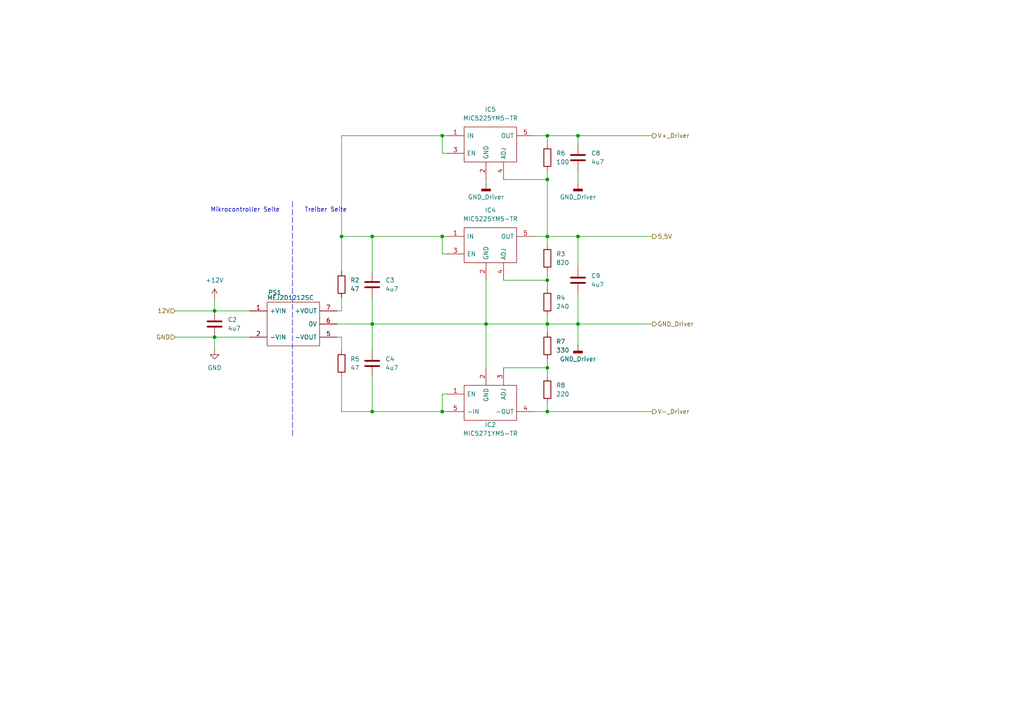
<source format=kicad_sch>
(kicad_sch (version 20250114) (generator "eeschema") (generator_version "9.0")
  (paper "A4")
  (title_block (title "Bereitstellung isolierter Versorgungsspannungen") (date "2025-06-04") (rev "1.0") (company "Technische Universität Berlin - Fachgebiet Leistungselektronik") (comment 1 "Betreuer: Dr.-Ing. Benedikt Kohlhepp") (comment 2 "Ersteller: Felix Ettwein"))
  (lib_symbols
    (symbol "Device:C" (pin_numbers (hide yes)) (pin_names (offset 0.254))
      (property "Reference" "C" (at 0.635 2.54 0))
      (property "Value" "C" (at 0.635 -2.54 0))
      (symbol "C_0_1"
        (polyline (pts (xy -2.032 0.762) (xy 2.032 0.762)) (stroke (width 0.508)))
        (polyline (pts (xy -2.032 -0.762) (xy 2.032 -0.762)) (stroke (width 0.508)))
      )
      (symbol "C_1_1"
        (pin passive line (at 0 3.81 270) (length 2.794) (name "~") (number "1"))
        (pin passive line (at 0 -3.81 90) (length 2.794) (name "~") (number "2"))
      )
    )
    (symbol "Device:R" (pin_numbers (hide yes)) (pin_names (offset 0))
      (property "Reference" "R" (at 2.032 0 90))
      (property "Value" "R" (at 0 0 90))
      (symbol "R_0_1"
        (rectangle (start -1.016 -2.54) (end 1.016 2.54) (stroke (width 0.254)))
      )
      (symbol "R_1_1"
        (pin passive line (at 0 3.81 270) (length 1.27) (name "~") (number "1"))
        (pin passive line (at 0 -3.81 90) (length 1.27) (name "~") (number "2"))
      )
    )
    (symbol "MIC5225YM5-TR_1" (pin_names (offset 0.762))
      (property "Reference" "IC4" (at 12.7 7.62 0))
      (property "Value" "MIC5225YM5-TR" (at 12.7 5.08 0))
      (symbol "MIC5225YM5-TR_1_0_0"
        (pin passive line (at 0 0 0) (length 5.08) (name "IN") (number "1"))
        (pin passive line (at 0 -5.08 0) (length 5.08) (name "EN") (number "3"))
        (pin passive line (at 11.43 -12.7 90) (length 5.08) (name "GND") (number "2"))
        (pin passive line (at 16.51 -12.7 90) (length 5.08) (name "ADJ") (number "4"))
        (pin passive line (at 25.4 0 180) (length 5.08) (name "OUT") (number "5"))
      )
      (symbol "MIC5225YM5-TR_1_0_1"
        (polyline (pts (xy 5.08 2.54) (xy 20.32 2.54) (xy 20.32 -7.62) (xy 5.08 -7.62) (xy 5.08 2.54)) (stroke (width 0.1524)))
      )
    )
    (symbol "SamacSys_Parts:MEJ2D1212SC" (pin_names (offset 0.762))
      (property "Reference" "PS1" (at 5.334 5.334 0))
      (property "Value" "MEJ2D1212SC" (at 5.08 3.81 0))
      (symbol "MEJ2D1212SC_0_0"
        (pin passive line (at 0 0 0) (length 5.08) (name "+VIN") (number "1"))
        (pin passive line (at 0 -7.62 0) (length 5.08) (name "-VIN") (number "2"))
        (pin passive line (at 25.4 0 180) (length 5.08) (name "+VOUT") (number "7"))
        (pin passive line (at 25.4 -3.81 180) (length 5.08) (name "0V") (number "6"))
        (pin passive line (at 25.4 -7.62 180) (length 5.08) (name "-VOUT") (number "5"))
      )
      (symbol "MEJ2D1212SC_0_1"
        (polyline (pts (xy 5.08 2.54) (xy 20.32 2.54) (xy 20.32 -10.16) (xy 5.08 -10.16) (xy 5.08 2.54)) (stroke (width 0.1524)))
      )
    )
    (symbol "SamacSys_Parts:MIC5271YM5-TR" (pin_names (offset 0.762))
      (property "Reference" "IC2" (at 13.97 -8.89 0))
      (property "Value" "MIC5271YM5-TR" (at 13.97 -11.43 0))
      (symbol "MIC5271YM5-TR_0_0"
        (pin passive line (at 1.27 0 0) (length 5.08) (name "EN") (number "1"))
        (pin passive line (at 1.27 -5.08 0) (length 5.08) (name "-IN") (number "5"))
        (pin passive line (at 12.7 7.62 270) (length 5.08) (name "GND") (number "2"))
        (pin passive line (at 17.78 7.62 270) (length 5.08) (name "ADJ") (number "3"))
        (pin passive line (at 26.67 -5.08 180) (length 5.08) (name "-OUT") (number "4"))
      )
      (symbol "MIC5271YM5-TR_0_1"
        (polyline (pts (xy 6.35 2.54) (xy 21.59 2.54) (xy 21.59 -7.62) (xy 6.35 -7.62) (xy 6.35 2.54)) (stroke (width 0.1524)))
      )
    )
    (symbol "power:+12V" (power) (pin_numbers (hide yes)) (pin_names (offset 0) (hide yes))
      (property "Value" "+12V" (at 0 3.556 0))
      (symbol "+12V_0_1"
        (polyline (pts (xy -0.762 1.27) (xy 0 2.54)))
        (polyline (pts (xy 0 2.54) (xy 0.762 1.27)))
        (polyline (pts (xy 0 0) (xy 0 2.54)))
      )
      (symbol "+12V_1_1"
        (pin power_in line (at 0 0 90) (length 0) (name "~") (number "1"))
      )
    )
    (symbol "power:GND" (power) (pin_numbers (hide yes)) (pin_names (offset 0) (hide yes))
      (property "Value" "GND" (at 0 -3.81 0))
      (symbol "GND_0_1"
        (polyline (pts (xy 0 0) (xy 0 -1.27) (xy 1.27 -1.27) (xy 0 -2.54) (xy -1.27 -1.27) (xy 0 -1.27)))
      )
      (symbol "GND_1_1"
        (pin power_in line (at 0 0 270) (length 0) (name "~") (number "1"))
      )
    )
    (symbol "power:GNDD" (power) (pin_numbers (hide yes)) (pin_names (offset 0) (hide yes))
      (property "Value" "GNDD" (at 0 -3.175 0))
      (symbol "GNDD_0_1"
        (rectangle (start -1.27 -1.524) (end 1.27 -2.032) (stroke (width 0.254)) (fill (type outline)))
        (polyline (pts (xy 0 0) (xy 0 -1.524)))
      )
      (symbol "GNDD_1_1"
        (pin power_in line (at 0 0 270) (length 0) (name "~") (number "1"))
      )
    )
  )
  (text "Treiber Seite" (at 94.488 60.96 0) (effects (font (size 1.27 1.27))))
  (text "Mikrocontroller Seite" (at 71.12 60.96 0) (effects (font (size 1.27 1.27))))
  (junction (at 167.64 93.98))
  (junction (at 107.95 119.38))
  (junction (at 99.06 68.58))
  (junction (at 107.95 93.98))
  (junction (at 62.23 97.79))
  (junction (at 128.27 119.38))
  (junction (at 158.75 119.38))
  (junction (at 167.64 39.37))
  (junction (at 158.75 68.58))
  (junction (at 107.95 68.58))
  (junction (at 158.75 52.07))
  (junction (at 62.23 90.17))
  (junction (at 158.75 93.98))
  (junction (at 140.97 93.98))
  (junction (at 158.75 81.28))
  (junction (at 167.64 68.58))
  (junction (at 158.75 106.68))
  (junction (at 158.75 39.37))
  (junction (at 128.27 39.37))
  (junction (at 128.27 68.58))
  (wire (pts (xy 107.95 68.58) (xy 128.27 68.58)))
  (wire (pts (xy 167.64 93.98) (xy 189.23 93.98)))
  (wire (pts (xy 99.06 68.58) (xy 107.95 68.58)))
  (wire (pts (xy 97.79 97.79) (xy 99.06 97.79)))
  (wire (pts (xy 99.06 78.74) (xy 99.06 68.58)))
  (wire (pts (xy 140.97 81.28) (xy 140.97 93.98)))
  (wire (pts (xy 158.75 93.98) (xy 158.75 96.52)))
  (wire (pts (xy 167.64 85.09) (xy 167.64 93.98)))
  (wire (pts (xy 62.23 97.79) (xy 62.23 101.6)))
  (wire (pts (xy 107.95 119.38) (xy 128.27 119.38)))
  (wire (pts (xy 167.64 68.58) (xy 189.23 68.58)))
  (wire (pts (xy 62.23 90.17) (xy 72.39 90.17)))
  (wire (pts (xy 146.05 106.68) (xy 158.75 106.68)))
  (wire (pts (xy 158.75 119.38) (xy 154.94 119.38)))
  (wire (pts (xy 158.75 106.68) (xy 158.75 109.22)))
  (wire (pts (xy 154.94 68.58) (xy 158.75 68.58)))
  (wire (pts (xy 128.27 68.58) (xy 129.54 68.58)))
  (wire (pts (xy 167.64 39.37) (xy 189.23 39.37)))
  (wire (pts (xy 146.05 52.07) (xy 158.75 52.07)))
  (wire (pts (xy 158.75 52.07) (xy 158.75 68.58)))
  (wire (pts (xy 50.8 97.79) (xy 62.23 97.79)))
  (wire (pts (xy 158.75 78.74) (xy 158.75 81.28)))
  (wire (pts (xy 129.54 119.38) (xy 128.27 119.38)))
  (wire (pts (xy 128.27 73.66) (xy 128.27 68.58)))
  (wire (pts (xy 167.64 100.33) (xy 167.64 93.98)))
  (wire (pts (xy 97.79 90.17) (xy 99.06 90.17)))
  (wire (pts (xy 62.23 86.36) (xy 62.23 90.17)))
  (wire (pts (xy 167.64 68.58) (xy 158.75 68.58)))
  (wire (pts (xy 140.97 93.98) (xy 158.75 93.98)))
  (wire (pts (xy 140.97 93.98) (xy 140.97 106.68)))
  (wire (pts (xy 128.27 44.45) (xy 128.27 39.37)))
  (wire (pts (xy 167.64 77.47) (xy 167.64 68.58)))
  (wire (pts (xy 99.06 97.79) (xy 99.06 101.6)))
  (wire (pts (xy 128.27 114.3) (xy 128.27 119.38)))
  (wire (pts (xy 107.95 93.98) (xy 107.95 101.6)))
  (wire (pts (xy 99.06 39.37) (xy 99.06 68.58)))
  (wire (pts (xy 140.97 52.07) (xy 140.97 53.34)))
  (wire (pts (xy 129.54 44.45) (xy 128.27 44.45)))
  (polyline (pts (xy 84.836 58.42) (xy 84.836 127)) (stroke (width 0) (type dash)))
  (wire (pts (xy 167.64 41.91) (xy 167.64 39.37)))
  (wire (pts (xy 107.95 78.74) (xy 107.95 68.58)))
  (wire (pts (xy 99.06 119.38) (xy 107.95 119.38)))
  (wire (pts (xy 158.75 68.58) (xy 158.75 71.12)))
  (wire (pts (xy 50.8 90.17) (xy 62.23 90.17)))
  (wire (pts (xy 158.75 116.84) (xy 158.75 119.38)))
  (wire (pts (xy 158.75 104.14) (xy 158.75 106.68)))
  (wire (pts (xy 107.95 93.98) (xy 107.95 86.36)))
  (wire (pts (xy 158.75 49.53) (xy 158.75 52.07)))
  (wire (pts (xy 62.23 97.79) (xy 72.39 97.79)))
  (wire (pts (xy 158.75 39.37) (xy 158.75 41.91)))
  (wire (pts (xy 167.64 39.37) (xy 158.75 39.37)))
  (wire (pts (xy 154.94 39.37) (xy 158.75 39.37)))
  (wire (pts (xy 128.27 39.37) (xy 99.06 39.37)))
  (wire (pts (xy 129.54 73.66) (xy 128.27 73.66)))
  (wire (pts (xy 158.75 93.98) (xy 167.64 93.98)))
  (wire (pts (xy 107.95 109.22) (xy 107.95 119.38)))
  (wire (pts (xy 107.95 93.98) (xy 140.97 93.98)))
  (wire (pts (xy 128.27 39.37) (xy 129.54 39.37)))
  (wire (pts (xy 146.05 81.28) (xy 158.75 81.28)))
  (wire (pts (xy 167.64 49.53) (xy 167.64 53.34)))
  (wire (pts (xy 97.79 93.98) (xy 107.95 93.98)))
  (wire (pts (xy 158.75 119.38) (xy 189.23 119.38)))
  (wire (pts (xy 129.54 114.3) (xy 128.27 114.3)))
  (wire (pts (xy 158.75 81.28) (xy 158.75 83.82)))
  (wire (pts (xy 99.06 90.17) (xy 99.06 86.36)))
  (wire (pts (xy 158.75 93.98) (xy 158.75 91.44)))
  (wire (pts (xy 99.06 109.22) (xy 99.06 119.38)))
  (hierarchical_label "GND" (shape input) (at 50.8 97.79 180))
  (hierarchical_label "12V" (shape input) (at 50.8 90.17 180))
  (hierarchical_label "V-_Driver" (shape output) (at 189.23 119.38 0))
  (hierarchical_label "GND_Driver" (shape output) (at 189.23 93.98 0))
  (hierarchical_label "5,5V" (shape output) (at 189.23 68.58 0))
  (hierarchical_label "V+_Driver" (shape output) (at 189.23 39.37 0))
  (symbol (lib_id "Device:C") (at 107.95 82.55 0) (unit 1)
    (property "Reference" "C3" (at 111.76 81.2799 0) (effects (justify left)))
    (property "Value" "4u7" (at 111.76 83.8199 0) (effects (justify left)))
    (property "Footprint" "Capacitor_SMD:C_0805_2012Metric" (effects (hide yes)))
    (property "Description" "Unpolarized capacitor" (effects (hide yes)))
  )
  (symbol (lib_id "power:GNDD") (at 140.97 53.34 0) (unit 1)
    (property "Reference" "#PWR06" (effects (hide yes)))
    (property "Value" "GND_Driver" (at 140.97 57.15 0))
    (property "Description" "Power symbol creates a global label with name \"GNDD\" , digital ground" (effects (hide yes)))
  )
  (symbol (lib_id "Device:R") (at 158.75 45.72 0) (unit 1)
    (property "Reference" "R6" (at 161.29 44.4499 0) (effects (justify left)))
    (property "Value" "100" (at 161.29 46.9899 0) (effects (justify left)))
    (property "Footprint" "Resistor_SMD:R_0603_1608Metric" (effects (hide yes)))
    (property "Description" "Resistor" (effects (hide yes)))
  )
  (symbol (lib_id "Device:R") (at 158.75 74.93 0) (unit 1)
    (property "Reference" "R3" (at 161.29 73.6599 0) (effects (justify left)))
    (property "Value" "820" (at 161.29 76.1999 0) (effects (justify left)))
    (property "Footprint" "Resistor_SMD:R_0603_1608Metric" (effects (hide yes)))
    (property "Description" "Resistor" (effects (hide yes)))
  )
  (symbol (lib_id "power:GNDD") (at 167.64 53.34 0) (unit 1)
    (property "Reference" "#PWR05" (effects (hide yes)))
    (property "Value" "GND_Driver" (at 167.64 57.15 0))
    (property "Description" "Power symbol creates a global label with name \"GNDD\" , digital ground" (effects (hide yes)))
  )
  (symbol (lib_id "SamacSys_Parts:MIC5271YM5-TR") (at 128.27 114.3 0) (unit 1)
    (property "Reference" "IC2" (at 142.24 123.19 0))
    (property "Value" "MIC5271YM5-TR" (at 142.24 125.73 0))
    (property "Footprint" "SamacSys_Parts:SOT95P280X145-5N" (effects (hide yes)))
    (property "Datasheet" "https://componentsearchengine.com/Datasheets/1/MIC5271YM5-TR.pdf" (effects (hide yes)))
    (property "Description" "LDO Voltage Regulators 100mA Negative uCap LDO Regulator with Enable" (effects (hide yes)))
    (property "Description_1" "LDO Voltage Regulators 100mA Negative uCap LDO Regulator with Enable" (effects (hide yes)))
    (property "Height" "1.45" (effects (hide yes)))
    (property "Manufacturer_Name" "Microchip" (effects (hide yes)))
    (property "Manufacturer_Part_Number" "MIC5271YM5-TR" (effects (hide yes)))
    (property "Mouser Part Number" "998-MIC5271YM5TR" (effects (hide yes)))
    (property "Mouser Price/Stock" "https://www.mouser.co.uk/ProductDetail/Microchip-Technology/MIC5271YM5-TR?qs=U6T8BxXiZAXqviRAMeeyAA%3D%3D" (effects (hide yes)))
    (property "Arrow Part Number" "MIC5271YM5-TR" (effects (hide yes)))
    (property "Arrow Price/Stock" "https://www.arrow.com/en/products/mic5271ym5-tr/microchip-technology?utm_currency=USD&region=nac" (effects (hide yes)))
  )
  (symbol (lib_id "Device:C") (at 62.23 93.98 0) (unit 1)
    (property "Reference" "C2" (at 66.04 92.7099 0) (effects (justify left)))
    (property "Value" "4u7" (at 66.04 95.2499 0) (effects (justify left)))
    (property "Footprint" "Capacitor_SMD:C_0805_2012Metric" (effects (hide yes)))
    (property "Description" "Unpolarized capacitor" (effects (hide yes)))
  )
  (symbol (lib_id "Device:C") (at 107.95 105.41 0) (unit 1)
    (property "Reference" "C4" (at 111.76 104.1399 0) (effects (justify left)))
    (property "Value" "4u7" (at 111.76 106.6799 0) (effects (justify left)))
    (property "Footprint" "Capacitor_SMD:C_0805_2012Metric" (effects (hide yes)))
    (property "Description" "Unpolarized capacitor" (effects (hide yes)))
  )
  (symbol (lib_id "power:+12V") (at 62.23 86.36 0) (unit 1)
    (property "Reference" "#PWR01" (effects (hide yes)))
    (property "Value" "+12V" (at 62.23 81.28 0))
    (property "Description" "Power symbol creates a global label with name \"+12V\"" (effects (hide yes)))
  )
  (symbol (lib_id "Device:R") (at 158.75 100.33 0) (unit 1)
    (property "Reference" "R7" (at 161.29 99.0599 0) (effects (justify left)))
    (property "Value" "330" (at 161.29 101.5999 0) (effects (justify left)))
    (property "Footprint" "Resistor_SMD:R_0603_1608Metric" (effects (hide yes)))
    (property "Description" "Resistor" (effects (hide yes)))
  )
  (symbol (lib_id "Device:R") (at 158.75 87.63 0) (unit 1)
    (property "Reference" "R4" (at 161.29 86.3599 0) (effects (justify left)))
    (property "Value" "240" (at 161.29 88.8999 0) (effects (justify left)))
    (property "Footprint" "Resistor_SMD:R_0603_1608Metric" (effects (hide yes)))
    (property "Description" "Resistor" (effects (hide yes)))
  )
  (symbol (lib_id "Device:C") (at 167.64 81.28 0) (unit 1)
    (property "Reference" "C9" (at 171.45 80.0099 0) (effects (justify left)))
    (property "Value" "4u7" (at 171.45 82.5499 0) (effects (justify left)))
    (property "Footprint" "Capacitor_SMD:C_0805_2012Metric" (effects (hide yes)))
    (property "Description" "Unpolarized capacitor" (effects (hide yes)))
  )
  (symbol (lib_id "power:GNDD") (at 167.64 100.33 0) (unit 1)
    (property "Reference" "#PWR03" (effects (hide yes)))
    (property "Value" "GND_Driver" (at 167.64 104.14 0))
    (property "Description" "Power symbol creates a global label with name \"GNDD\" , digital ground" (effects (hide yes)))
  )
  (symbol (lib_name "MIC5225YM5-TR_1") (lib_id "SamacSys_Parts:MIC5225YM5-TR") (at 129.54 39.37 0) (unit 1)
    (property "Reference" "IC5" (at 142.24 31.75 0))
    (property "Value" "MIC5225YM5-TR" (at 142.24 34.29 0))
    (property "Footprint" "SamacSys_Parts:SOT95P280X145-5N" (effects (hide yes)))
    (property "Datasheet" "https://ww1.microchip.com/downloads/en/DeviceDoc/mic5225.pdf" (effects (hide yes)))
    (property "Description" "LDO Voltage Regulators High Vin, Low Iq Regulator" (effects (hide yes)))
    (property "Description_1" "LDO Voltage Regulators High Vin, Low Iq Regulator" (effects (hide yes)))
    (property "Height" "1.45" (effects (hide yes)))
    (property "Manufacturer_Name" "Microchip" (effects (hide yes)))
    (property "Manufacturer_Part_Number" "MIC5225YM5-TR" (effects (hide yes)))
    (property "Mouser Part Number" "998-MIC5225YM5TR" (effects (hide yes)))
    (property "Mouser Price/Stock" "https://www.mouser.co.uk/ProductDetail/Microchip-Technology/MIC5225YM5-TR?qs=U6T8BxXiZAXSeGCt50EMfA%3D%3D" (effects (hide yes)))
    (property "Arrow Part Number" "MIC5225YM5-TR" (effects (hide yes)))
    (property "Arrow Price/Stock" "https://www.arrow.com/en/products/mic5225ym5-tr/microchip-technology?utm_currency=USD&region=nac" (effects (hide yes)))
  )
  (symbol (lib_id "SamacSys_Parts:MEJ2D1212SC") (at 72.39 90.17 0) (unit 1)
    (property "Reference" "PS1" (at 77.724 84.836 0) (effects (justify left)))
    (property "Value" "MEJ2D1212SC" (at 77.47 86.36 0) (effects (justify left)))
    (property "Footprint" "SamacSys_Parts:MEJ2D1212SC" (effects (hide yes)))
    (property "Datasheet" "https://power.murata.com/pub/data/power/ncl/kdc_mej2.pdf" (effects (hide yes)))
    (property "Description" "Murata Power Solutions MEJ2 2W Isolated DC-DC Converter Through Hole, Vin 10.8  13.2 V dc, Vout +/-12V dc" (effects (hide yes)))
    (property "Description_1" "Murata Power Solutions MEJ2 2W Isolated DC-DC Converter Through Hole, Vin 10.8  13.2 V dc, Vout +/-12V dc" (effects (hide yes)))
    (property "Height" "12" (effects (hide yes)))
    (property "Manufacturer_Name" "Murata Electronics" (effects (hide yes)))
    (property "Manufacturer_Part_Number" "MEJ2D1212SC" (effects (hide yes)))
    (property "Mouser Part Number" "580-MEJ2D1212SC" (effects (hide yes)))
    (property "Mouser Price/Stock" "https://www.mouser.co.uk/ProductDetail/Murata-Power-Solutions/MEJ2D1212SC?qs=pitIP5Ybo%2F9xeJJqQLnC2Q%3D%3D" (effects (hide yes)))
    (property "Arrow Part Number" "MEJ2D1212SC" (effects (hide yes)))
    (property "Arrow Price/Stock" "https://www.arrow.com/en/products/mej2d1212sc/murata-power-solutions?utm_currency=USD&region=nac" (effects (hide yes)))
  )
  (symbol (lib_name "MIC5225YM5-TR_1") (lib_id "SamacSys_Parts:MIC5225YM5-TR") (at 129.54 68.58 0) (unit 1)
    (property "Reference" "IC4" (at 142.24 60.96 0))
    (property "Value" "MIC5225YM5-TR" (at 142.24 63.5 0))
    (property "Footprint" "SamacSys_Parts:SOT95P280X145-5N" (effects (hide yes)))
    (property "Datasheet" "https://ww1.microchip.com/downloads/en/DeviceDoc/mic5225.pdf" (effects (hide yes)))
    (property "Description" "LDO Voltage Regulators High Vin, Low Iq Regulator" (effects (hide yes)))
    (property "Description_1" "LDO Voltage Regulators High Vin, Low Iq Regulator" (effects (hide yes)))
    (property "Height" "1.45" (effects (hide yes)))
    (property "Manufacturer_Name" "Microchip" (effects (hide yes)))
    (property "Manufacturer_Part_Number" "MIC5225YM5-TR" (effects (hide yes)))
    (property "Mouser Part Number" "998-MIC5225YM5TR" (effects (hide yes)))
    (property "Mouser Price/Stock" "https://www.mouser.co.uk/ProductDetail/Microchip-Technology/MIC5225YM5-TR?qs=U6T8BxXiZAXSeGCt50EMfA%3D%3D" (effects (hide yes)))
    (property "Arrow Part Number" "MIC5225YM5-TR" (effects (hide yes)))
    (property "Arrow Price/Stock" "https://www.arrow.com/en/products/mic5225ym5-tr/microchip-technology?utm_currency=USD&region=nac" (effects (hide yes)))
  )
  (symbol (lib_id "Device:R") (at 99.06 105.41 0) (unit 1)
    (property "Reference" "R5" (at 101.6 104.1399 0) (effects (justify left)))
    (property "Value" "47" (at 101.6 106.6799 0) (effects (justify left)))
    (property "Footprint" "Resistor_SMD:R_0603_1608Metric" (effects (hide yes)))
    (property "Description" "Resistor" (effects (hide yes)))
  )
  (symbol (lib_id "Device:C") (at 167.64 45.72 0) (unit 1)
    (property "Reference" "C8" (at 171.45 44.4499 0) (effects (justify left)))
    (property "Value" "4u7" (at 171.45 46.9899 0) (effects (justify left)))
    (property "Footprint" "Capacitor_SMD:C_0805_2012Metric" (effects (hide yes)))
    (property "Description" "Unpolarized capacitor" (effects (hide yes)))
  )
  (symbol (lib_id "power:GND") (at 62.23 101.6 0) (unit 1)
    (property "Reference" "#PWR02" (effects (hide yes)))
    (property "Value" "GND" (at 62.23 106.68 0))
    (property "Description" "Power symbol creates a global label with name \"GND\" , ground" (effects (hide yes)))
  )
  (symbol (lib_id "Device:R") (at 158.75 113.03 0) (unit 1)
    (property "Reference" "R8" (at 161.29 111.7599 0) (effects (justify left)))
    (property "Value" "220" (at 161.29 114.2999 0) (effects (justify left)))
    (property "Footprint" "Resistor_SMD:R_0603_1608Metric" (effects (hide yes)))
    (property "Description" "Resistor" (effects (hide yes)))
  )
  (symbol (lib_id "Device:R") (at 99.06 82.55 0) (unit 1)
    (property "Reference" "R2" (at 101.6 81.2799 0) (effects (justify left)))
    (property "Value" "47" (at 101.6 83.8199 0) (effects (justify left)))
    (property "Footprint" "Resistor_SMD:R_0603_1608Metric" (effects (hide yes)))
    (property "Description" "Resistor" (effects (hide yes)))
  )
)
</source>
